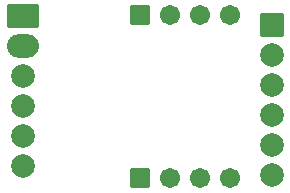
<source format=gbs>
G04 Layer: BottomSolderMaskLayer*
G04 EasyEDA v6.5.28, 2023-08-24 20:05:08*
G04 9c66aa1ce33b43c093e5003b3976a485,a91715704fb945b483ebfb4622a18937,10*
G04 Gerber Generator version 0.2*
G04 Scale: 100 percent, Rotated: No, Reflected: No *
G04 Dimensions in inches *
G04 leading zeros omitted , absolute positions ,3 integer and 6 decimal *
%FSLAX36Y36*%
%MOIN*%

%AMMACRO1*1,1,$1,$2,$3*1,1,$1,$4,$5*1,1,$1,0-$2,0-$3*1,1,$1,0-$4,0-$5*20,1,$1,$2,$3,$4,$5,0*20,1,$1,$4,$5,0-$2,0-$3,0*20,1,$1,0-$2,0-$3,0-$4,0-$5,0*20,1,$1,0-$4,0-$5,$2,$3,0*4,1,4,$2,$3,$4,$5,0-$2,0-$3,0-$4,0-$5,$2,$3,0*%
%ADD10C,0.0789*%
%ADD11MACRO1,0.008X0.0354X0.0354X0.0354X-0.0354*%
%ADD12MACRO1,0.008X-0.0295X0.0295X0.0295X0.0295*%
%ADD13C,0.0671*%
%ADD14O,0.10642499999999998X0.07886599999999999*%
%ADD15MACRO1,0.008X0.0492X0.0354X0.0492X-0.0354*%

%LPD*%
D10*
G01*
X1375000Y3320000D03*
G01*
X1375000Y3120000D03*
G01*
X1375000Y2920000D03*
G01*
X1375000Y3020000D03*
G01*
X1375000Y3220000D03*
D11*
G01*
X1375000Y3420000D03*
D12*
G01*
X934900Y3455000D03*
D13*
G01*
X1034899Y3455000D03*
G01*
X1134899Y3455000D03*
G01*
X1234899Y3455000D03*
D12*
G01*
X935000Y2910000D03*
D13*
G01*
X1035000Y2910000D03*
G01*
X1135000Y2910000D03*
G01*
X1235000Y2910000D03*
D14*
G01*
X545000Y3350000D03*
D10*
G01*
X545000Y3150000D03*
G01*
X545000Y2950000D03*
G01*
X545000Y3050000D03*
G01*
X545000Y3250000D03*
D15*
G01*
X545000Y3450000D03*
M02*

</source>
